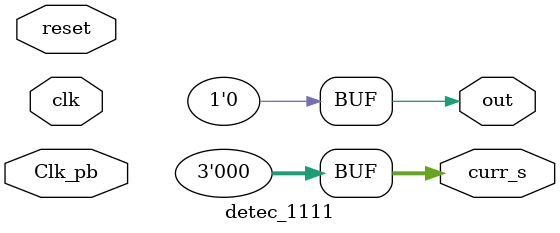
<source format=v>
`timescale 1ns / 1ps
module detec_1111(
    input wire Clk_pb,
    input wire clk,
    input wire reset,
    output reg out = 1'b0,
    output reg[2:0] curr_s = 1'b000
    );
    always@(posedge clk & (curr_s != 3'b100))
    begin
            if(Clk_pb)
            begin
                curr_s = curr_s + 1;
            end
            else
            begin
                curr_s = 3'b000;
            end
        end
    always@(*)
    begin
            if(curr_s == 3'b100)
            begin
                out = 1'b1;
                if(Clk_pb)
                begin
                    curr_s = 3'b100;
                end
                else
                begin
                    curr_s = 3'b000;
                end
            end
            else
            begin
                out = 1'b0;
            end
        end
      always@(reset)
      begin
            curr_s = 3'b000;
            out = 1'b0;
      end
endmodule

</source>
